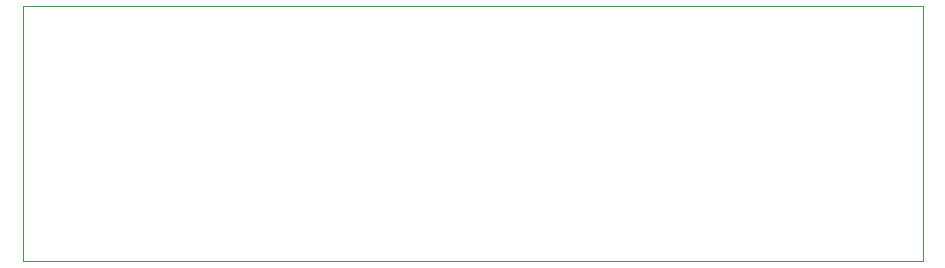
<source format=gbr>
%TF.GenerationSoftware,KiCad,Pcbnew,8.0.1*%
%TF.CreationDate,2024-04-20T09:08:37+02:00*%
%TF.ProjectId,Quarzfilter,51756172-7a66-4696-9c74-65722e6b6963,rev?*%
%TF.SameCoordinates,Original*%
%TF.FileFunction,Profile,NP*%
%FSLAX46Y46*%
G04 Gerber Fmt 4.6, Leading zero omitted, Abs format (unit mm)*
G04 Created by KiCad (PCBNEW 8.0.1) date 2024-04-20 09:08:37*
%MOMM*%
%LPD*%
G01*
G04 APERTURE LIST*
%TA.AperFunction,Profile*%
%ADD10C,0.050000*%
%TD*%
G04 APERTURE END LIST*
D10*
X100330000Y-78740000D02*
X176530000Y-78740000D01*
X176530000Y-100330000D01*
X100330000Y-100330000D01*
X100330000Y-78740000D01*
M02*

</source>
